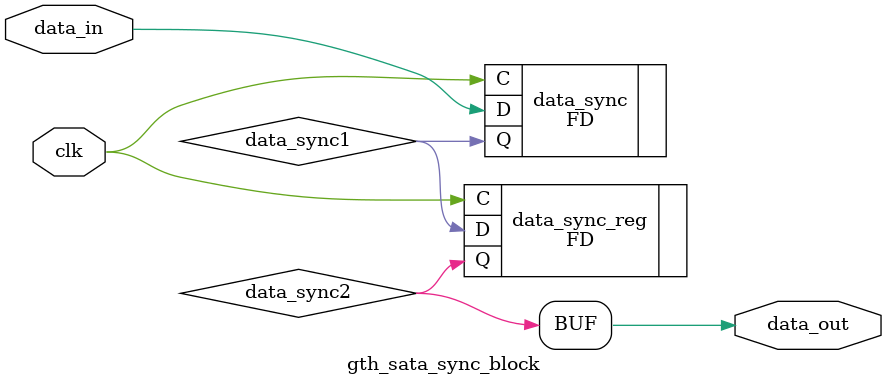
<source format=v>




`timescale 1ps / 1ps

module gth_sata_sync_block #(
  parameter INITIALISE = 2'b00
)
(
  input        clk,              // clock to be sync'ed to
  input        data_in,          // Data to be 'synced'
  output       data_out          // synced data
);

  // Internal Signals
  wire data_sync1;
  wire data_sync2;


  (* shreg_extract = "no", ASYNC_REG = "TRUE" *)
  FD #(
    .INIT (INITIALISE[0])
  ) data_sync (
    .C  (clk),
    .D  (data_in),
    .Q  (data_sync1)
  );


  (* shreg_extract = "no", ASYNC_REG = "TRUE" *)
  FD #(
   .INIT (INITIALISE[1])
  ) data_sync_reg (
  .C  (clk),
  .D  (data_sync1),
  .Q  (data_sync2)
  );


  assign data_out = data_sync2;


endmodule



</source>
